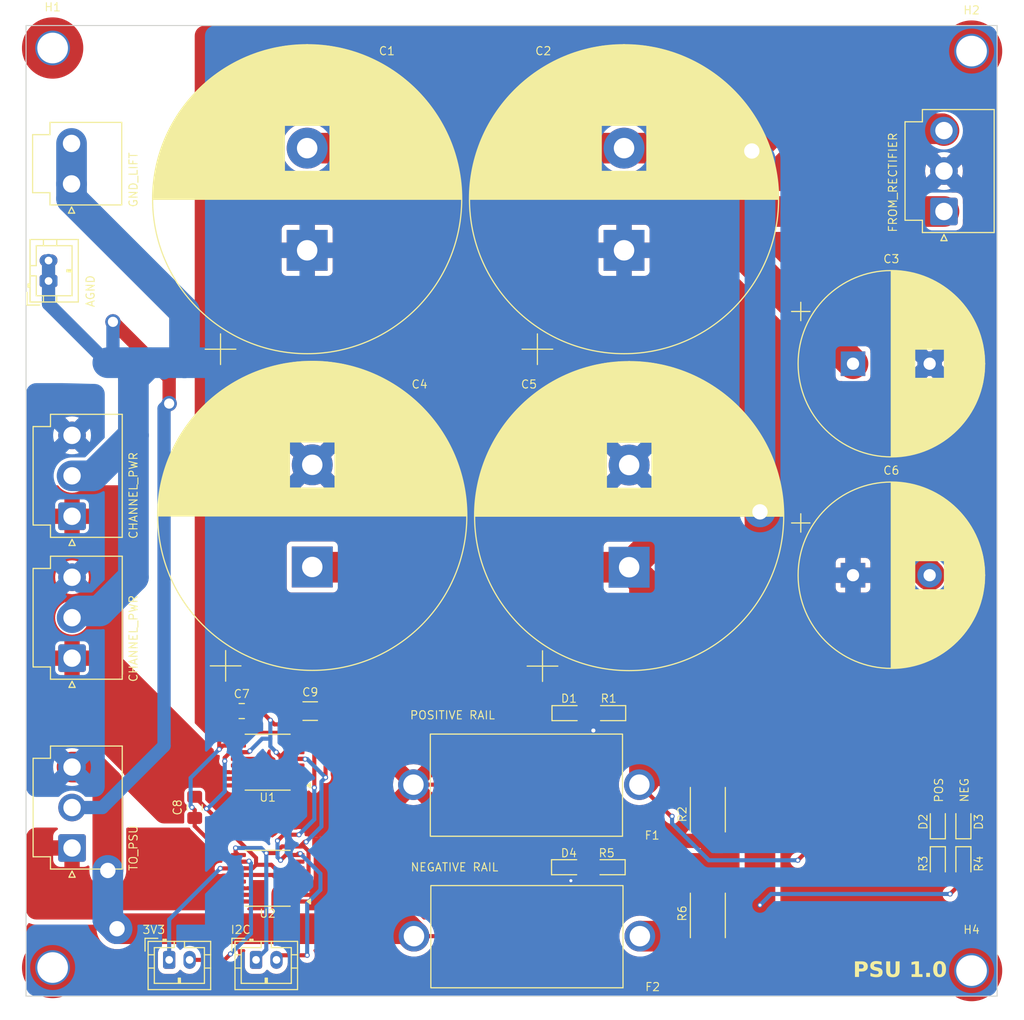
<source format=kicad_pcb>
(kicad_pcb (version 20240108) (generator "pcbnew") (generator_version "8.0")
  (layers (0 "F.Cu" signal) (31 "B.Cu" signal) (34 "B.Paste" user) (35 "F.Paste" user) (36 "B.SilkS" user "B.Silkscreen") (37 "F.SilkS" user "F.Silkscreen") (38 "B.Mask" user) (39 "F.Mask" user) (44 "Edge.Cuts" user))
  (net 0 "")
  (net 1 "PGND")
  (net 2 "Net-(D3-K)")
  (net 3 "Net-(D4-K)")
  (net 4 "VP1")
  (net 5 "VM1")
  (net 6 "VPOUT")
  (net 8 "SDA")
  (net 9 "SCL")
  (net 10 "3V3")
  (net 12 "GND")
  (net 13 "VPOUT_PSU")
  (net 14 "VPOUT_CHAN")
  (net 15 "VNOUT")
  (net 16 "Net-(D1-K)")
  (net 17 "Net-(D2-K)")
  (footprint "Capacitor_THT:CP_Radial_D18.0mm_P7.50mm" (layer "F.Cu") (at 224.4 77.1)
    (property "Reference" "C3" (at 3.75 -10.25 0) (layer "F.SilkS") (effects (font (size 0.8 0.8) (thickness 0.1))))
    (property "Value" "3300u 50V")
    (pad "1" thru_hole rect (at 0 0) (size 2.4 2.4) (drill 1.2) (layers "*.Cu" "*.Mask") (net 4 "VP1"))
    (pad "2" thru_hole circle (at 7.5 0) (size 2.4 2.4) (drill 1.2) (layers "*.Cu" "*.Mask") (net 1 "PGND"))
  )
  (footprint "MountingHole:MountingHole_3mm_Pad_TopOnly" (layer "F.Cu") (at 236 46.5)
    (property "Reference" "H2" (at 0 -4 0) (layer "F.SilkS") (effects (font (size 0.8 0.8) (thickness 0.1))))
    (property "Value" "MountingHole")
    (pad "1" thru_hole circle (at 0 0) (size 3.4 3.4) (drill 3) (layers "*.Cu" "*.Mask"))
    (pad "1" connect circle (at 0 0) (size 6 6) (layers "F.Cu" "F.Mask"))
  )
  (footprint "LED_SMD:LED_0603_1608Metric_Pad1.05x0.95mm_HandSolder" (layer "F.Cu") (at 232.7 121.9375 90)
    (property "Reference" "D2" (at 0 -1.43 90) (layer "F.SilkS") (effects (font (size 0.8 0.8) (thickness 0.1))))
    (property "Value" "YELLOW")
    (pad "1" smd roundrect (at -0.875 0 90) (size 1.05 0.95) (layers "F.Cu" "F.Paste" "F.Mask") (net 17 "Net-(D2-K)"))
    (pad "2" smd roundrect (at 0.875 0 90) (size 1.05 0.95) (layers "F.Cu" "F.Paste" "F.Mask") (net 4 "VP1"))
  )
  (footprint "Capacitor_THT:CP_Radial_D30.0mm_P10.00mm_SnapIn" (layer "F.Cu") (at 202.5 97.017934 90)
    (property "Reference" "C5" (at 17.9 -9.8 0) (layer "F.SilkS") (effects (font (size 0.8 0.8) (thickness 0.1))))
    (property "Value" "15000U")
    (pad "1" thru_hole rect (at 0 0 90) (size 4 4) (drill 2) (layers "*.Cu" "*.Mask") (net 4 "VP1"))
    (pad "2" thru_hole circle (at 10 0 90) (size 4 4) (drill 2) (layers "*.Cu" "*.Mask") (net 1 "PGND"))
  )
  (footprint "Connector_JST:JST_VH_B3P-VH_1x03_P3.96mm_Vertical" (layer "F.Cu") (at 148 92.0325 90)
    (property "Reference" "J4" (hide yes))
    (property "Value" "Conn_01x03_Male")
    (pad "1" thru_hole roundrect (at 0 0 90) (size 2.7 2.7) (drill 1.7) (layers "*.Cu" "*.Mask") (roundrect_rratio 0.09259296296) (net 14 "VPOUT_CHAN"))
    (pad "2" thru_hole circle (at 3.96 0 90) (size 2.7 2.7) (drill 1.7) (layers "*.Cu" "*.Mask") (net 1 "PGND"))
    (pad "3" thru_hole circle (at 7.92 0 90) (size 2.7 2.7) (drill 1.7) (layers "*.Cu" "*.Mask") (net 15 "VNOUT"))
  )
  (footprint "LED_SMD:LED_0603_1608Metric_Pad1.05x0.95mm_HandSolder" (layer "F.Cu") (at 200.45 126.38 180)
    (property "Reference" "R5" (at 0.15 1.38 0) (layer "F.SilkS") (effects (font (size 0.8 0.8) (thickness 0.1))))
    (property "Value" "16K")
    (pad "1" smd roundrect (at -0.875 0 180) (size 1.05 0.95) (layers "F.Cu" "F.Paste" "F.Mask") (net 3 "Net-(D4-K)"))
    (pad "2" smd roundrect (at 0.875 0 180) (size 1.05 0.95) (layers "F.Cu" "F.Paste" "F.Mask") (net 15 "VNOUT"))
  )
  (footprint "Connector_JST:JST_PH_B2B-PH-K_1x02_P2.00mm_Vertical" (layer "F.Cu") (at 157.5 135.45)
    (property "Reference" "J7" (hide yes))
    (property "Value" "Conn_01x02_Pin")
    (pad "1" thru_hole roundrect (at 0 0) (size 1.2 1.75) (drill 0.75) (layers "*.Cu" "*.Mask") (roundrect_rratio 0.208333) (net 12 "GND"))
    (pad "2" thru_hole oval (at 2 0) (size 1.2 1.75) (drill 0.75) (layers "*.Cu" "*.Mask") (net 10 "3V3"))
  )
  (footprint "MountingHole:MountingHole_3mm_Pad_TopOnly" (layer "F.Cu") (at 146.1 136.2)
    (property "Reference" "H3" (hide yes))
    (property "Value" "MountingHole")
    (pad "1" thru_hole circle (at 0 0) (size 3.4 3.4) (drill 3) (layers "*.Cu" "*.Mask"))
    (pad "1" connect circle (at 0 0) (size 6 6) (layers "F.Cu" "F.Mask"))
  )
  (footprint "Resistor_SMD:R_2512_6332Metric_Pad1.40x3.35mm_HandSolder" (layer "F.Cu") (at 210.2 120.75 -90)
    (property "Reference" "R2" (at 0.45 2.5 90) (layer "F.SilkS") (effects (font (size 0.8 0.8) (thickness 0.1))))
    (property "Value" "1.5K 2W")
    (pad "1" smd roundrect (at -3.05 0 270) (size 1.4 3.35) (layers "F.Cu" "F.Paste" "F.Mask") (roundrect_rratio 0.178571) (net 4 "VP1"))
    (pad "2" smd roundrect (at 3.05 0 270) (size 1.4 3.35) (layers "F.Cu" "F.Paste" "F.Mask") (roundrect_rratio 0.178571) (net 1 "PGND"))
  )
  (footprint "Capacitor_THT:CP_Radial_D30.0mm_P10.00mm_SnapIn" (layer "F.Cu") (at 202 66 90)
    (property "Reference" "C2" (at 19.505 -7.9 0) (layer "F.SilkS") (effects (font (size 0.8 0.8) (thickness 0.1))))
    (property "Value" "15000U")
    (pad "1" thru_hole rect (at 0 0 90) (size 4 4) (drill 2) (layers "*.Cu" "*.Mask") (net 1 "PGND"))
    (pad "2" thru_hole circle (at 10 0 90) (size 4 4) (drill 2) (layers "*.Cu" "*.Mask") (net 5 "VM1"))
  )
  (footprint "Package_SO:TSSOP-16_4.4x5mm_P0.65mm" (layer "F.Cu") (at 167.1375 127.4625 180)
    (property "Reference" "U2" (at 0 -3.45 0) (layer "F.SilkS") (effects (font (size 0.8 0.8) (thickness 0.1))))
    (property "Value" "INA260")
    (pad "1" smd roundrect (at -2.8625 -2.275 180) (size 1.475 0.4) (layers "F.Cu" "F.Paste" "F.Mask") (net 6 "VPOUT"))
    (pad "2" smd roundrect (at -2.8625 -1.625 180) (size 1.475 0.4) (layers "F.Cu" "F.Paste" "F.Mask") (net 6 "VPOUT"))
    (pad "3" smd roundrect (at -2.8625 -0.975 180) (size 1.475 0.4) (layers "F.Cu" "F.Paste" "F.Mask") (net 6 "VPOUT"))
    (pad "4" smd roundrect (at -2.8625 -0.325 180) (size 1.475 0.4) (layers "F.Cu" "F.Paste" "F.Mask") (net 9 "SCL"))
    (pad "5" smd roundrect (at -2.8625 0.325 180) (size 1.475 0.4) (layers "F.Cu" "F.Paste" "F.Mask") (net 12 "GND"))
    (pad "6" smd roundrect (at -2.8625 0.975 180) (size 1.475 0.4) (layers "F.Cu" "F.Paste" "F.Mask") (net 12 "GND"))
    (pad "7" smd roundrect (at -2.8625 1.625 180) (size 1.475 0.4) (layers "F.Cu" "F.Paste" "F.Mask"))
    (pad "8" smd roundrect (at -2.8625 2.275 180) (size 1.475 0.4) (layers "F.Cu" "F.Paste" "F.Mask") (net 8 "SDA"))
    (pad "9" smd roundrect (at 2.8625 2.275 180) (size 1.475 0.4) (layers "F.Cu" "F.Paste" "F.Mask") (net 9 "SCL"))
    (pad "10" smd roundrect (at 2.8625 1.625 180) (size 1.475 0.4) (layers "F.Cu" "F.Paste" "F.Mask") (net 10 "3V3"))
    (pad "11" smd roundrect (at 2.8625 0.975 180) (size 1.475 0.4) (layers "F.Cu" "F.Paste" "F.Mask") (net 12 "GND"))
    (pad "12" smd roundrect (at 2.8625 0.325 180) (size 1.475 0.4) (layers "F.Cu" "F.Paste" "F.Mask") (net 6 "VPOUT"))
    (pad "13" smd roundrect (at 2.8625 -0.325 180) (size 1.475 0.4) (layers "F.Cu" "F.Paste" "F.Mask"))
    (pad "14" smd roundrect (at 2.8625 -0.975 180) (size 1.475 0.4) (layers "F.Cu" "F.Paste" "F.Mask") (net 13 "VPOUT_PSU"))
    (pad "15" smd roundrect (at 2.8625 -1.625 180) (size 1.475 0.4) (layers "F.Cu" "F.Paste" "F.Mask") (net 13 "VPOUT_PSU"))
    (pad "16" smd roundrect (at 2.8625 -2.275 180) (size 1.475 0.4) (layers "F.Cu" "F.Paste" "F.Mask") (net 13 "VPOUT_PSU"))
  )
  (footprint "Connector_JST:JST_VH_B3P-VH_1x03_P3.96mm_Vertical" (layer "F.Cu") (at 148 124.5 90)
    (property "Reference" "J6" (hide yes))
    (property "Value" "Conn_01x03_Male")
    (pad "1" thru_hole roundrect (at 0 0 90) (size 2.7 2.7) (drill 1.7) (layers "*.Cu" "*.Mask") (roundrect_rratio 0.09259296296) (net 13 "VPOUT_PSU"))
    (pad "2" thru_hole circle (at 3.96 0 90) (size 2.7 2.7) (drill 1.7) (layers "*.Cu" "*.Mask") (net 1 "PGND"))
    (pad "3" thru_hole circle (at 7.92 0 90) (size 2.7 2.7) (drill 1.7) (layers "*.Cu" "*.Mask") (net 15 "VNOUT"))
  )
  (footprint "LED_SMD:LED_0603_1608Metric_Pad1.05x0.95mm_HandSolder" (layer "F.Cu") (at 196.6125 111.3)
    (property "Reference" "D1" (at 0 -1.43 0) (layer "F.SilkS") (effects (font (size 0.8 0.8) (thickness 0.1))))
    (property "Value" "YELLOW")
    (pad "1" smd roundrect (at -0.875 0) (size 1.05 0.95) (layers "F.Cu" "F.Paste" "F.Mask") (net 16 "Net-(D1-K)"))
    (pad "2" smd roundrect (at 0.875 0) (size 1.05 0.95) (layers "F.Cu" "F.Paste" "F.Mask") (net 6 "VPOUT"))
  )
  (footprint "LED_SMD:LED_0603_1608Metric_Pad1.05x0.95mm_HandSolder" (layer "F.Cu") (at 235.2 126.0375 -90)
    (property "Reference" "R4" (at 0 -1.5 90) (layer "F.SilkS") (effects (font (size 0.8 0.8) (thickness 0.1))))
    (property "Value" "16K")
    (pad "1" smd roundrect (at -0.875 0 270) (size 1.05 0.95) (layers "F.Cu" "F.Paste" "F.Mask") (net 2 "Net-(D3-K)"))
    (pad "2" smd roundrect (at 0.875 0 270) (size 1.05 0.95) (layers "F.Cu" "F.Paste" "F.Mask") (net 5 "VM1"))
  )
  (footprint "LED_SMD:LED_0603_1608Metric_Pad1.05x0.95mm_HandSolder" (layer "F.Cu") (at 235.2 121.9375 90)
    (property "Reference" "D3" (at 0 1.5 90) (layer "F.SilkS") (effects (font (size 0.8 0.8) (thickness 0.1))))
    (property "Value" "BLUE")
    (pad "1" smd roundrect (at -0.875 0 90) (size 1.05 0.95) (layers "F.Cu" "F.Paste" "F.Mask") (net 2 "Net-(D3-K)"))
    (pad "2" smd roundrect (at 0.875 0 90) (size 1.05 0.95) (layers "F.Cu" "F.Paste" "F.Mask") (net 1 "PGND"))
  )
  (footprint "Capacitor_SMD:C_0805_2012Metric_Pad1.18x1.45mm_HandSolder" (layer "F.Cu") (at 164.6 111.1)
    (property "Reference" "C7" (at 0 -1.68 0) (layer "F.SilkS") (effects (font (size 0.8 0.8) (thickness 0.1))))
    (property "Value" "0.1u")
    (pad "1" smd roundrect (at -1.0375 0) (size 1.175 1.45) (layers "F.Cu" "F.Paste" "F.Mask") (roundrect_rratio 0.212766) (net 10 "3V3"))
    (pad "2" smd roundrect (at 1.0375 0) (size 1.175 1.45) (layers "F.Cu" "F.Paste" "F.Mask") (roundrect_rratio 0.212766) (net 12 "GND"))
  )
  (footprint "Connector_JST:JST_PH_B2B-PH-K_1x02_P2.00mm_Vertical" (layer "F.Cu") (at 145.7 69 90)
    (property "Reference" "J3" (hide yes))
    (property "Value" "Conn_01x02_Pin")
    (pad "1" thru_hole roundrect (at 0 0 90) (size 1.2 1.75) (drill 0.75) (layers "*.Cu" "*.Mask") (roundrect_rratio 0.208333) (net 1 "PGND"))
    (pad "2" thru_hole oval (at 2 0 90) (size 1.2 1.75) (drill 0.75) (layers "*.Cu" "*.Mask") (net 1 "PGND"))
  )
  (footprint "LED_SMD:LED_0603_1608Metric_Pad1.05x0.95mm_HandSolder" (layer "F.Cu") (at 196.5675 126.38)
    (property "Reference" "D4" (at 0.0325 -1.38 0) (layer "F.SilkS") (effects (font (size 0.8 0.8) (thickness 0.1))))
    (property "Value" "BLUE")
    (pad "1" smd roundrect (at -0.875 0) (size 1.05 0.95) (layers "F.Cu" "F.Paste" "F.Mask") (net 3 "Net-(D4-K)"))
    (pad "2" smd roundrect (at 0.875 0) (size 1.05 0.95) (layers "F.Cu" "F.Paste" "F.Mask") (net 1 "PGND"))
  )
  (footprint "Capacitor_THT:CP_Radial_D30.0mm_P10.00mm_SnapIn" (layer "F.Cu") (at 171 66 90)
    (property "Reference" "C1" (at 19.505 7.8 0) (layer "F.SilkS") (effects (font (size 0.8 0.8) (thickness 0.1))))
    (property "Value" "15000U")
    (pad "1" thru_hole rect (at 0 0 90) (size 4 4) (drill 2) (layers "*.Cu" "*.Mask") (net 1 "PGND"))
    (pad "2" thru_hole circle (at 10 0 90) (size 4 4) (drill 2) (layers "*.Cu" "*.Mask") (net 5 "VM1"))
  )
  (footprint "Connector_JST:JST_PH_B2B-PH-K_1x02_P2.00mm_Vertical" (layer "F.Cu") (at 166 135.45)
    (property "Reference" "J8" (hide yes))
    (property "Value" "Conn_01x02_Male")
    (pad "1" thru_hole roundrect (at 0 0) (size 1.2 1.75) (drill 0.75) (layers "*.Cu" "*.Mask") (roundrect_rratio 0.208333) (net 9 "SCL"))
    (pad "2" thru_hole oval (at 2 0) (size 1.2 1.75) (drill 0.75) (layers "*.Cu" "*.Mask") (net 8 "SDA"))
  )
  (footprint "Connector_JST:JST_VH_B2P-VH-B_1x02_P3.96mm_Vertical" (layer "F.Cu") (at 147.95 59.5 90)
    (property "Reference" "J1" (hide yes))
    (property "Value" "Conn_01x02_Male")
    (pad "1" thru_hole roundrect (at 0 0 90) (size 2.7 2.7) (drill 1.7) (layers "*.Cu" "*.Mask") (roundrect_rratio 0.092593) (net 1 "PGND"))
    (pad "2" thru_hole circle (at 3.96 0 90) (size 2.7 2.7) (drill 1.7) (layers "*.Cu" "*.Mask") (net 1 "PGND"))
  )
  (footprint "Capacitor_SMD:C_0805_2012Metric_Pad1.18x1.45mm_HandSolder" (layer "F.Cu") (at 160 120.525 90)
    (property "Reference" "C8" (at 0 -1.68 90) (layer "F.SilkS") (effects (font (size 0.8 0.8) (thickness 0.1))))
    (property "Value" "0.1u")
    (pad "1" smd roundrect (at -1.0375 0 90) (size 1.175 1.45) (layers "F.Cu" "F.Paste" "F.Mask") (roundrect_rratio 0.212766) (net 10 "3V3"))
    (pad "2" smd roundrect (at 1.0375 0 90) (size 1.175 1.45) (layers "F.Cu" "F.Paste" "F.Mask") (roundrect_rratio 0.212766) (net 12 "GND"))
  )
  (footprint "Custom:Aliexpress Fuse 5x20" (layer "F.Cu") (at 192.45 120.85 180)
    (property "Reference" "F1" (at -12.3 -2.42 0) (layer "F.SilkS") (effects (font (size 0.8 0.8) (thickness 0.1))))
    (property "Value" "Fuse_Small")
    (pad "1" thru_hole circle (at -11.05 2.55 180) (size 3 3) (drill 2) (layers "*.Cu" "*.Mask") (net 4 "VP1"))
    (pad "2" thru_hole circle (at 11.05 2.55 180) (size 3 3) (drill 2) (layers "*.Cu" "*.Mask") (net 6 "VPOUT"))
  )
  (footprint "Capacitor_THT:CP_Radial_D18.0mm_P7.50mm" (layer "F.Cu") (at 224.4 97.8)
    (property "Reference" "C6" (at 3.75 -10.25 0) (layer "F.SilkS") (effects (font (size 0.8 0.8) (thickness 0.1))))
    (property "Value" "3300u 50V")
    (pad "1" thru_hole rect (at 0 0) (size 2.4 2.4) (drill 1.2) (layers "*.Cu" "*.Mask") (net 1 "PGND"))
    (pad "2" thru_hole circle (at 7.5 0) (size 2.4 2.4) (drill 1.2) (layers "*.Cu" "*.Mask") (net 5 "VM1"))
  )
  (footprint "Connector_JST:JST_VH_B3P-VH_1x03_P3.96mm_Vertical" (layer "F.Cu") (at 148 105.92 90)
    (property "Reference" "J5" (hide yes))
    (property "Value" "Conn_01x03_Male")
    (pad "1" thru_hole roundrect (at 0 0 90) (size 2.7 2.7) (drill 1.7) (layers "*.Cu" "*.Mask") (roundrect_rratio 0.09259296296) (net 14 "VPOUT_CHAN"))
    (pad "2" thru_hole circle (at 3.96 0 90) (size 2.7 2.7) (drill 1.7) (layers "*.Cu" "*.Mask") (net 1 "PGND"))
    (pad "3" thru_hole circle (at 7.92 0 90) (size 2.7 2.7) (drill 1.7) (layers "*.Cu" "*.Mask") (net 15 "VNOUT"))
  )
  (footprint "Resistor_SMD:R_2512_6332Metric_Pad1.40x3.35mm_HandSolder" (layer "F.Cu") (at 210.2 131.1 -90)
    (property "Reference" "R6" (at -0.2 2.5 90) (layer "F.SilkS") (effects (font (size 0.8 0.8) (thickness 0.1))))
    (property "Value" "1.5K 2W")
    (pad "1" smd roundrect (at -3.05 0 270) (size 1.4 3.35) (layers "F.Cu" "F.Paste" "F.Mask") (roundrect_rratio 0.178571) (net 1 "PGND"))
    (pad "2" smd roundrect (at 3.05 0 270) (size 1.4 3.35) (layers "F.Cu" "F.Paste" "F.Mask") (roundrect_rratio 0.178571) (net 5 "VM1"))
  )
  (footprint "MountingHole:MountingHole_3mm_Pad_TopOnly" (layer "F.Cu") (at 236 136.5)
    (property "Reference" "H4" (at 0 -4 0) (layer "F.SilkS") (effects (font (size 0.8 0.8) (thickness 0.1))))
    (property "Value" "MountingHole")
    (pad "1" thru_hole circle (at 0 0) (size 3.4 3.4) (drill 3) (layers "*.Cu" "*.Mask"))
    (pad "1" connect circle (at 0 0) (size 6 6) (layers "F.Cu" "F.Mask"))
  )
  (footprint "Capacitor_SMD:C_1206_3216Metric_Pad1.33x1.80mm_HandSolder" (layer "F.Cu") (at 171.3 111.1)
    (property "Reference" "C9" (at 0 -1.85 0) (layer "F.SilkS") (effects (font (size 0.8 0.8) (thickness 0.1))))
    (property "Value" "10u")
    (pad "1" smd roundrect (at -1.5625 0) (size 1.325 1.8) (layers "F.Cu" "F.Paste" "F.Mask") (roundrect_rratio 0.188679) (net 10 "3V3"))
    (pad "2" smd roundrect (at 1.5625 0) (size 1.325 1.8) (layers "F.Cu" "F.Paste" "F.Mask") (roundrect_rratio 0.188679) (net 12 "GND"))
  )
  (footprint "Connector_JST:JST_VH_B3P-VH_1x03_P3.96mm_Vertical" (layer "F.Cu") (at 233.3 62.2 90)
    (property "Reference" "J2" (hide yes))
    (property "Value" "Conn_01x03_Male")
    (pad "1" thru_hole roundrect (at 0 0 90) (size 2.7 2.7) (drill 1.7) (layers "*.Cu" "*.Mask") (roundrect_rratio 0.092593) (net 4 "VP1"))
    (pad "2" thru_hole circle (at 3.96 0 90) (size 2.7 2.7) (drill 1.7) (layers "*.Cu" "*.Mask") (net 1 "PGND"))
    (pad "3" thru_hole circle (at 7.92 0 90) (size 2.7 2.7) (drill 1.7) (layers "*.Cu" "*.Mask") (net 5 "VM1"))
  )
  (footprint "Custom:Aliexpress Fuse 5x20" (layer "F.Cu") (at 192.5 135.68 180)
    (property "Reference" "F2" (at -12.3 -2.42 0) (layer "F.SilkS") (effects (font (size 0.8 0.8) (thickness 0.1))))
    (property "Value" "Fuse_Small")
    (pad "1" thru_hole circle (at -11.05 2.55 180) (size 3 3) (drill 2) (layers "*.Cu" "*.Mask") (net 5 "VM1"))
    (pad "2" thru_hole circle (at 11.05 2.55 180) (size 3 3) (drill 2) (layers "*.Cu" "*.Mask") (net 15 "VNOUT"))
  )
  (footprint "LED_SMD:LED_0603_1608Metric_Pad1.05x0.95mm_HandSolder" (layer "F.Cu") (at 200.5 111.3 180)
    (property "Reference" "R1" (at 0 1.43 0) (layer "F.SilkS") (effects (font (size 0.8 0.8) (thickness 0.1))))
    (property "Value" "16K")
    (pad "1" smd roundrect (at -0.875 0 180) (size 1.05 0.95) (layers "F.Cu" "F.Paste" "F.Mask") (net 16 "Net-(D1-K)"))
    (pad "2" smd roundrect (at 0.875 0 180) (size 1.05 0.95) (layers "F.Cu" "F.Paste" "F.Mask") (net 1 "PGND"))
  )
  (footprint "Package_SO:TSSOP-16_4.4x5mm_P0.65mm" (layer "F.Cu") (at 167.1375 116.1 180)
    (property "Reference" "U1" (at 0 -3.45 0) (layer "F.SilkS") (effects (font (size 0.8 0.8) (thickness 0.1))))
    (property "Value" "INA260")
    (pad "1" smd roundrect (at -2.8625 -2.275 180) (size 1.475 0.4) (layers "F.Cu" "F.Paste" "F.Mask") (net 6 "VPOUT"))
    (pad "2" smd roundrect (at -2.8625 -1.625 180) (size 1.475 0.4) (layers "F.Cu" "F.Paste" "F.Mask") (net 6 "VPOUT"))
    (pad "3" smd roundrect (at -2.8625 -0.975 180) (size 1.475 0.4) (layers "F.Cu" "F.Paste" "F.Mask") (net 6 "VPOUT"))
    (pad "4" smd roundrect (at -2.8625 -0.325 180) (size 1.475 0.4) (layers "F.Cu" "F.Paste" "F.Mask") (net 12 "GND"))
    (pad "5" smd roundrect (at -2.8625 0.325 180) (size 1.475 0.4) (layers "F.Cu" "F.Paste" "F.Mask") (net 9 "SCL"))
    (pad "6" smd roundrect (at -2.8625 0.975 180) (size 1.475 0.4) (layers "F.Cu" "F.Paste" "F.Mask") (net 12 "GND"))
    (pad "7" smd roundrect (at -2.8625 1.625 180) (size 1.475 0.4) (layers "F.Cu" "F.Paste" "F.Mask"))
    (pad "8" smd roundrect (at -2.8625 2.275 180) (size 1.475 0.4) (layers "F.Cu" "F.Paste" "F.Mask") (net 8 "SDA"))
    (pad "9" smd roundrect (at 2.8625 2.275 180) (size 1.475 0.4) (layers "F.Cu" "F.Paste" "F.Mask") (net 9 "SCL"))
    (pad "10" smd roundrect (at 2.8625 1.625 180) (size 1.475 0.4) (layers "F.Cu" "F.Paste" "F.Mask") (net 10 "3V3"))
    (pad "11" smd roundrect (at 2.8625 0.975 180) (size 1.475 0.4) (layers "F.Cu" "F.Paste" "F.Mask") (net 12 "GND"))
    (pad "12" smd roundrect (at 2.8625 0.325 180) (size 1.475 0.4) (layers "F.Cu" "F.Paste" "F.Mask") (net 6 "VPOUT"))
    (pad "13" smd roundrect (at 2.8625 -0.325 180) (size 1.475 0.4) (layers "F.Cu" "F.Paste" "F.Mask"))
    (pad "14" smd roundrect (at 2.8625 -0.975 180) (size 1.475 0.4) (layers "F.Cu" "F.Paste" "F.Mask") (net 14 "VPOUT_CHAN"))
    (pad "15" smd roundrect (at 2.8625 -1.625 180) (size 1.475 0.4) (layers "F.Cu" "F.Paste" "F.Mask") (net 14 "VPOUT_CHAN"))
    (pad "16" smd roundrect (at 2.8625 -2.275 180) (size 1.475 0.4) (layers "F.Cu" "F.Paste" "F.Mask") (net 14 "VPOUT_CHAN"))
  )
  (footprint "Capacitor_THT:CP_Radial_D30.0mm_P10.00mm_SnapIn" (layer "F.Cu") (at 171.5 96.995 90)
    (property "Reference" "C4" (at 17.877066 10.5 0) (layer "F.SilkS") (effects (font (size 0.8 0.8) (thickness 0.1))))
    (property "Value" "15000U")
    (pad "1" thru_hole rect (at 0 0 90) (size 4 4) (drill 2) (layers "*.Cu" "*.Mask") (net 4 "VP1"))
    (pad "2" thru_hole circle (at 10 0 90) (size 4 4) (drill 2) (layers "*.Cu" "*.Mask") (net 1 "PGND"))
  )
  (footprint "LED_SMD:LED_0603_1608Metric_Pad1.05x0.95mm_HandSolder" (layer "F.Cu") (at 232.7 126.0375 -90)
    (property "Reference" "R3" (at 0 1.43 90) (layer "F.SilkS") (effects (font (size 0.8 0.8) (thickness 0.1))))
    (property "Value" "16K")
    (pad "1" smd roundrect (at -0.875 0 270) (size 1.05 0.95) (layers "F.Cu" "F.Paste" "F.Mask") (net 17 "Net-(D2-K)"))
    (pad "2" smd roundrect (at 0.875 0 270) (size 1.05 0.95) (layers "F.Cu" "F.Paste" "F.Mask") (net 1 "PGND"))
  )
  (footprint "MountingHole:MountingHole_3mm_Pad_TopOnly" (layer "F.Cu") (at 146.1 46.2)
    (property "Reference" "H1" (at 0 -4 0) (layer "F.SilkS") (effects (font (size 0.8 0.8) (thickness 0.1))))
    (property "Value" "MountingHole")
    (pad "1" thru_hole circle (at 0 0) (size 3.4 3.4) (drill 3) (layers "*.Cu" "*.Mask"))
    (pad "1" connect circle (at 0 0) (size 6 6) (layers "F.Cu" "F.Mask"))
  )
  (gr_line (start 238.5 139) (end 143.5 139) (stroke (width 0.1)) (layer "Edge.Cuts"))
  (gr_line (start 238.5 44) (end 238.5 139) (stroke (width 0.1)) (layer "Edge.Cuts"))
  (gr_line (start 143.5 44) (end 238.5 44) (stroke (width 0.1)) (layer "Edge.Cuts"))
  (gr_line (start 143.5 44) (end 143.5 139) (stroke (width 0.1)) (layer "Edge.Cuts"))
  (gr_text "CHANNEL_PWR" (at 154 90 90) (layer "F.SilkS") (effects (font (size 0.8 0.8) (thickness 0.1))))
  (gr_text "PSU 1.0" (at 224.4 136.5 0) (layer "F.SilkS") (effects (font (size 1.5 1.5) (thickness 0.3) (bold yes)) (justify left)))
  (gr_text "AGND" (at 149.8 70 90) (layer "F.SilkS") (effects (font (size 0.8 0.8) (thickness 0.1))))
  (gr_text "TO_PSU" (at 154 124.5 90) (layer "F.SilkS") (effects (font (size 0.8 0.8) (thickness 0.1))))
  (gr_text "3V3" (at 156 132.5 0) (layer "F.SilkS") (effects (font (size 0.8 0.8) (thickness 0.1))))
  (gr_text "I2C" (at 164.5 132.5 0) (layer "F.SilkS") (effects (font (size 0.8 0.8) (thickness 0.1))))
  (gr_text "POSITIVE RAIL" (at 181 111.5 0) (layer "F.SilkS") (effects (font (size 0.8 0.8) (thickness 0.1)) (justify left)))
  (gr_text "FROM_RECTIFIER" (at 228.3 64.3 90) (layer "F.SilkS") (effects (font (size 0.8 0.8) (thickness 0.1)) (justify left)))
  (gr_text "GND_LIFT" (at 154 59.1 90) (layer "F.SilkS") (effects (font (size 0.8 0.8) (thickness 0.1))))
  (gr_text "NEGATIVE RAIL" (at 181.066667 126.38 0) (layer "F.SilkS") (effects (font (size 0.8 0.8) (thickness 0.1)) (justify left)))
  (gr_text "POS" (at 232.8 118.8375 90) (layer "F.SilkS") (effects (font (size 0.8 0.8) (thickness 0.1))))
  (gr_text "CHANNEL_PWR" (at 154 104 90) (layer "F.SilkS") (effects (font (size 0.8 0.8) (thickness 0.1))))
  (gr_text "NEG\n" (at 235.3 118.8375 90) (layer "F.SilkS") (effects (font (size 0.8 0.8) (thickness 0.1))))
  (segment (start 199.5 111.3) (end 199.5 112.5) (width 0.4) (layer "F.Cu") (net 1))
  (segment (start 157.5 81) (end 157.5 78.5) (width 1.3) (layer "F.Cu") (net 1))
  (segment (start 157.5 78.5) (end 152 73) (width 1.3) (layer "F.Cu") (net 1))
  (segment (start 197.4425 127.0575) (end 196.8 127.7) (width 0.4) (layer "F.Cu") (net 1))
  (segment (start 199.5 112.5) (end 199 113) (width 0.4) (layer "F.Cu") (net 1))
  (segment (start 197.4425 126.38) (end 197.4425 127.0575) (width 0.4) (layer "F.Cu") (net 1))
  (via (at 196.8 127.7) (size 0.5) (drill 0.3) (layers "F.Cu" "B.Cu") (net 1))
  (via (at 199 113) (size 0.8) (drill 0.4) (layers "F.Cu" "B.Cu") (net 1))
  (via (at 152 73) (size 1.5) (drill 1) (layers "F.Cu" "B.Cu") (net 1))
  (via (at 157.5 81) (size 1.5) (drill 1) (layers "F.Cu" "B.Cu") (net 1))
  (segment (start 155.5 77) (end 151.5 77) (width 3) (layer "B.Cu") (net 1))
  (segment (start 157 81.5) (end 157.5 81) (width 1.3) (layer "B.Cu") (net 1))
  (segment (start 159 77) (end 171.5 77) (width 3) (layer "B.Cu") (net 1))
  (segment (start 158 77) (end 159 77) (width 3) (layer "B.Cu") (net 1))
  (segment (start 148 120.54) (end 150.96 120.54) (width 1.3) (layer "B.Cu") (net 1))
  (segment (start 152 76.5) (end 151.5 77) (width 1.3) (layer "B.Cu") (net 1))
  (segment (start 154 78.5) (end 154 84.1) (width 3) (layer "B.Cu") (net 1))
  (segment (start 155.5 77) (end 158 77) (width 3) (layer "B.Cu") (net 1))
  (segment (start 151.45 77) (end 145.7 71.25) (width 1.3) (layer "B.Cu") (net 1))
  (segment (start 147.95 55.54) (end 147.95 59.5) (width 3) (layer "B.Cu") (net 1))
  (segment (start 148.66 101.3) (end 148 101.96) (width 3) (layer "B.Cu") (net 1))
  (segment (start 150.7 101.3) (end 148.66 101.3) (width 3) (layer "B.Cu") (net 1))
  (segment (start 151.5 77) (end 151.45 77) (width 1.3) (layer "B.Cu") (net 1))
  (segment (start 150.96 120.54) (end 157 114.5) (width 1.3) (layer "B.Cu") (net 1))
  (segment (start 154 98) (end 150.7 101.3) (width 3) (layer "B.Cu") (net 1))
  (segment (start 147.95 60.95) (end 159 72) (width 3) (layer "B.Cu") (net 1))
  (segment (start 147.95 59.5) (end 147.95 60.95) (width 3) (layer "B.Cu") (net 1))
  (segment (start 145.7 71.25) (end 145.7 67) (width 1.3) (layer "B.Cu") (net 1))
  (segment (start 152 73) (end 152 76.5) (width 1.3) (layer "B.Cu") (net 1))
  (segment (start 154 84.1) (end 154 98) (width 3) (layer "B.Cu") (net 1))
  (segment (start 157 78) (end 158 77) (width 1.3) (layer "B.Cu") (net 1))
  (segment (start 154 84.1) (end 150.0275 88.0725) (width 3) (layer "B.Cu") (net 1))
  (segment (start 150.0275 88.0725) (end 148 88.0725) (width 3) (layer "B.Cu") (net 1))
  (segment (start 157 114.5) (end 157 81.5) (width 1.3) (layer "B.Cu") (net 1))
  (segment (start 155.5 77) (end 154 78.5) (width 3) (layer "B.Cu") (net 1))
  (segment (start 159 72) (end 159 77) (width 3) (layer "B.Cu") (net 1))
  (segment (start 235.2 125.0375) (end 235.2 122.9625) (width 0.4) (layer "F.Cu") (net 2))
  (segment (start 196.5675 125.505) (end 195.6925 126.38) (width 0.4) (layer "F.Cu") (net 3))
  (segment (start 201.325 126.38) (end 200.45 125.505) (width 0.4) (layer "F.Cu") (net 3))
  (segment (start 200.45 125.505) (end 196.5675 125.505) (width 0.4) (layer "F.Cu") (net 3))
  (segment (start 212.35 65.05) (end 212.35 62.95) (width 3) (layer "F.Cu") (net 4))
  (segment (start 212.35 62.95) (end 206.4 68.9) (width 3) (layer "F.Cu") (net 4))
  (segment (start 230.675 122.9375) (end 221.7625 122.9375) (width 0.4) (layer "F.Cu") (net 4))
  (segment (start 209.2 117.8) (end 204 117.8) (width 1.3) (layer "F.Cu") (net 4))
  (segment (start 232.7 120.9125) (end 230.675 122.9375) (width 0.4) (layer "F.Cu") (net 4))
  (segment (start 206.4 68.9) (end 206.4 93.117934) (width 3) (layer "F.Cu") (net 4))
  (segment (start 213.1 62.2) (end 212.35 62.95) (width 3) (layer "F.Cu") (net 4))
  (segment (start 206.4 93.117934) (end 202.5 97.017934) (width 3) (layer "F.Cu") (net 4))
  (segment (start 202.5 97.017934) (end 204 98.517934) (width 3) (layer "F.Cu") (net 4))
  (segment (start 206.6 121.4) (end 206.7 121.4) (width 0.4) (layer "F.Cu") (net 4))
  (segment (start 221.7625 122.9375) (end 219 125.7) (width 0.4) (layer "F.Cu") (net 4))
  (segment (start 224.4 77.1) (end 212.35 65.05) (width 3) (layer "F.Cu") (net 4))
  (segment (start 202.5 97.017934) (end 171.522934 97.017934) (width 3) (layer "F.Cu") (net 4))
  (segment (start 204 98.517934) (end 204 117.8) (width 3) (layer "F.Cu") (net 4))
  (segment (start 233.3 62.2) (end 213.1 62.2) (width 3) (layer "F.Cu") (net 4))
  (segment (start 203.5 118.3) (end 206.6 121.4) (width 0.4) (layer "F.Cu") (net 4))
  (via (at 219 125.7) (size 0.5) (drill 0.3) (layers "F.Cu" "B.Cu") (net 4))
  (via (at 206.7 121.4) (size 0.5) (drill 0.3) (layers "F.Cu" "B.Cu") (net 4))
  (segment (start 210.3 125.7) (end 206.7 122.1) (width 0.4) (layer "B.Cu") (net 4))
  (segment (start 206.7 122.1) (end 206.7 121.4) (width 0.4) (layer "B.Cu") (net 4))
  (segment (start 219 125.7) (end 210.3 125.7) (width 0.4) (layer "B.Cu") (net 4))
  (segment (start 216.679996 54.1) (end 214.499998 56.279998) (width 3) (layer "F.Cu") (net 5))
  (segment (start 215.3 92.2) (end 215.3 130.092486) (width 3) (layer "F.Cu") (net 5))
  (segment (start 235.2 127.7) (end 233.9 129) (width 0.4) (layer "F.Cu") (net 5))
  (segment (start 214.22 56) (end 214.499998 56.279998) (width 3) (layer "F.Cu") (net 5))
  (segment (start 226.3 92.2) (end 215.3 92.2) (width 3) (layer "F.Cu") (net 5))
  (segment (start 233.3 54.28) (end 233.12 54.1) (width 3) (layer "F.Cu") (net 5))
  (segment (start 231.9 97.8) (end 226.3 92.2) (width 3) (layer "F.Cu") (net 5))
  (segment (start 235.2 127.0375) (end 235.2 127.7) (width 0.4) (layer "F.Cu") (net 5))
  (segment (start 215.3 130.092486) (end 212.262486 133.13) (width 3) (layer "F.Cu") (net 5))
  (segment (start 171 56) (end 202 56) (width 3) (layer "F.Cu") (net 5))
  (segment (start 233.12 54.1) (end 216.679996 54.1) (width 3) (layer "F.Cu") (net 5))
  (segment (start 202 56) (end 214.22 56) (width 3) (layer "F.Cu") (net 5))
  (segment (start 212.262486 133.13) (end 203.55 133.13) (width 3) (layer "F.Cu") (net 5))
  (via (at 215.3 130.092486) (size 0.5) (drill 0.3) (layers "F.Cu" "B.Cu") (net 5))
  (via (at 214.499998 56.279998) (size 3) (drill 1.5) (layers "F.Cu" "B.Cu") (net 5))
  (via (at 233.9 129) (size 0.5) (drill 0.3) (layers "F.Cu" "B.Cu") (net 5))
  (via (at 215.3 91.6) (size 3) (drill 1.5) (layers "F.Cu" "B.Cu") (net 5))
  (segment (start 216.392486 129) (end 215.3 130.092486) (width 0.4) (layer "B.Cu") (net 5))
  (segment (start 233.9 129) (end 216.392486 129) (width 0.4) (layer "B.Cu") (net 5))
  (segment (start 215.3 91.6) (end 215.3 57.08) (width 3) (layer "B.Cu") (net 5))
  (segment (start 215.3 57.08) (end 214.499998 56.279998) (width 3) (layer "B.Cu") (net 5))
  (segment (start 163.9 115.775) (end 166.775 115.775) (width 0.4) (layer "F.Cu") (net 6))
  (segment (start 168.9375 128.4375) (end 170 128.4375) (width 0.4) (layer "F.Cu") (net 6))
  (segment (start 190.220833 118.3) (end 197.220833 111.3) (width 0.4) (layer "F.Cu") (net 6))
  (segment (start 164.275 127.1375) (end 167.6375 127.1375) (width 0.4) (layer "F.Cu") (net 6))
  (segment (start 166.775 115.775) (end 167.3 116.3) (width 0.4) (layer "F.Cu") (net 6))
  (segment (start 167.6375 127.1375) (end 168.9375 128.4375) (width 0.4) (layer "F.Cu") (net 6))
  (segment (start 181.4 118.3) (end 190.220833 118.3) (width 0.4) (layer "F.Cu") (net 6))
  (segment (start 168.4 125.7) (end 168.9125 125.1875) (width 0.4) (layer "F.Cu") (net 8))
  (segment (start 170.1375 125.05) (end 170.329979 125.05) (width 0.4) (layer "F.Cu") (net 8))
  (segment (start 168.9125 125.1875) (end 170 125.1875) (width 0.4) (layer "F.Cu") (net 8))
  (segment (start 171 135) (end 168.45 135) (width 0.4) (layer "F.Cu") (net 8))
  (segment (start 170.2 123.2) (end 168.7 123.2) (width 0.4) (layer "F.Cu") (net 8))
  (segment (start 171.7 114.727622) (end 171.7 118.6) (width 0.4) (layer "F.Cu") (net 8))
  (segment (start 168.7 123.2) (end 168.1 123.8) (width 0.4) (layer "F.Cu") (net 8))
  (segment (start 170 113.825) (end 170.797378 113.825) (width 0.4) (layer "F.Cu") (net 8))
  (segment (start 170 125.1875) (end 170.1375 125.05) (width 0.4) (layer "F.Cu") (net 8))
  (segment (start 168.45 135) (end 168 135.45) (width 0.4) (layer "F.Cu") (net 8))
  (segment (start 170.797378 113.825) (end 171.7 114.727622) (width 0.4) (layer "F.Cu") (net 8))
  (via (at 170.329979 125.05) (size 0.5) (drill 0.3) (layers "F.Cu" "B.Cu") (net 8))
  (via (at 168.1 123.8) (size 0.5) (drill 0.3) (layers "F.Cu" "B.Cu") (net 8))
  (via (at 170.2 123.2) (size 0.5) (drill 0.3) (layers "F.Cu" "B.Cu") (net 8))
  (via (at 168.4 125.7) (size 0.5) (drill 0.3) (layers "F.Cu" "B.Cu") (net 8))
  (via (at 171.7 118.6) (size 0.5) (drill 0.3) (layers "F.Cu" "B.Cu") (net 8))
  (via (at 171 135) (size 0.5) (drill 0.3) (layers "F.Cu" "B.Cu") (net 8))
  (segment (start 172.3 127.020021) (end 172.3 128.6) (width 0.4) (layer "B.Cu") (net 8))
  (segment (start 170.2 123.2) (end 171.7 121.7) (width 0.4) (layer "B.Cu") (net 8))
  (segment (start 170.329979 125.05) (end 172.3 127.020021) (width 0.4) (layer "B.Cu") (net 8))
  (segment (start 171 129.9) (end 172.3 128.6) (width 0.4) (layer "B.Cu") (net 8))
  (segment (start 168.1 125.4) (end 168.4 125.7) (width 0.4) (layer "B.Cu") (net 8))
  (segment (start 171 135) (end 171 129.9) (width 0.4) (layer "B.Cu") (net 8))
  (segment (start 171.7 121.7) (end 171.7 118.6) (width 0.4) (layer "B.Cu") (net 8))
  (segment (start 168.1 123.8) (end 168.1 125.4) (width 0.4) (layer "B.Cu") (net 8))
  (segment (start 168.53995 124.35) (end 167.88995 125) (width 0.4) (layer "F.Cu") (net 9))
  (segment (start 164 124.5) (end 164 124.9125) (width 0.4) (layer "F.Cu") (net 9))
  (segment (start 170.684573 124.35) (end 170.3 124.35) (width 0.4) (layer "F.Cu") (net 9))
  (segment (start 170.75 123.9) (end 170.3 124.35) (width 0.4) (layer "F.Cu") (net 9))
  (segment (start 167.88995 125) (end 167 125) (width 0.4) (layer "F.Cu") (net 9))
  (segment (start 172.8 114.979094) (end 172.8 117.6) (width 0.4) (layer "F.Cu") (net 9))
  (segment (start 171.1375 124.802927) (end 170.684573 124.35) (width 0.4) (layer "F.Cu") (net 9))
  (segment (start 170.797378 127.7875) (end 171.1375 127.447378) (width 0.4) (layer "F.Cu") (net 9))
  (segment (start 169.625 115.775) (end 170.775 115.775) (width 0.4) (layer "F.Cu") (net 9))
  (segment (start 170.3 124.35) (end 168.53995 124.35) (width 0.4) (layer "F.Cu") (net 9))
  (segment (start 163.9 113.825) (end 164.5 113.225) (width 0.4) (layer "F.Cu") (net 9))
  (segment (start 164.5 113.225) (end 171.045906 113.225) (width 0.4) (layer "F.Cu") (net 9))
  (segment (start 170.775 115.775) (end 170.8 115.8) (width 0.4) (layer "F.Cu") (net 9))
  (segment (start 171.1375 127.447378) (end 171.1375 124.802927) (width 0.4) (layer "F.Cu") (net 9))
  (segment (start 171.045906 113.225) (end 172.8 114.979094) (width 0.4) (layer "F.Cu") (net 9))
  (segment (start 170 127.7875) (end 170.797378 127.7875) (width 0.4) (layer "F.Cu") (net 9))
  (segment (start 170.9 123.9) (end 170.75 123.9) (width 0.4) (layer "F.Cu") (net 9))
  (segment (start 164 124.9125) (end 164.275 125.1875) (width 0.4) (layer "F.Cu") (net 9))
  (via (at 170.9 123.9) (size 0.5) (drill 0.3) (layers "F.Cu" "B.Cu") (net 9))
  (via (at 164 124.5) (size 0.5) (drill 0.3) (layers "F.Cu" "B.Cu") (net 9))
  (via (at 172.8 117.6) (size 0.5) (drill 0.3) (layers "F.Cu" "B.Cu") (net 9))
  (via (at 167 125) (size 0.5) (drill 0.3) (layers "F.Cu" "B.Cu") (net 9))
  (via (at 170.8 115.8) (size 0.5) (drill 0.3) (layers "F.Cu" "B.Cu") (net 9))
  (segment (start 170.8 115.8) (end 171 115.8) (width 0.4) (layer "B.Cu") (net 9))
  (segment (start 172.4 122.4) (end 170.9 123.9) (width 0.4) (layer "B.Cu") (net 9))
  (segment (start 166.5 124.5) (end 164 124.5) (width 0.4) (layer "B.Cu") (net 9))
  (segment (start 167 134.45) (end 166 135.45) (width 0.4) (layer "B.Cu") (net 9))
  (segment (start 172.8 117.6) (end 172.4 118) (width 0.4) (layer "B.Cu") (net 9))
  (segment (start 167 125) (end 167 134.45) (width 0.4) (layer "B.Cu") (net 9))
  (segment (start 167 125) (end 166.5 124.5) (width 0.4) (layer "B.Cu") (net 9))
  (segment (start 171 115.8) (end 172.8 117.6) (width 0.4) (layer "B.Cu") (net 9))
  (segment (start 172.4 118) (end 172.4 122.4) (width 0.4) (layer "B.Cu") (net 9))
  (segment (start 163.5625 111.1) (end 162.40218 112.26032) (width 0.4) (layer "F.Cu") (net 10))
  (segment (start 169.7375 111.1) (end 168.6125 109.975) (width 0.4) (layer "F.Cu") (net 10))
  (segment (start 160 120.789102) (end 160 121.5625) (width 0.4) (layer "F.Cu") (net 10))
  (segment (start 160 122.357108) (end 160 121.5625) (width 0.4) (layer "F.Cu") (net 10))
  (segment (start 164.6875 109.975) (end 163.5625 111.1) (width 0.4) (layer "F.Cu") (net 10))
  (segment (start 159.735898 120.525) (end 160 120.789102) (width 0.4) (layer "F.Cu") (net 10))
  (segment (start 164.275 125.8375) (end 163.480392 125.8375) (width 0.4) (layer "F.Cu") (net 10))
  (segment (start 165.268368 125.8375) (end 165.314209 125.791659) (width 0.4) (layer "F.Cu") (net 10))
  (segment (start 168.6125 109.975) (end 164.6875 109.975) (width 0.4) (layer "F.Cu") (net 10))
  (segment (start 163.480392 125.8375) (end 160 122.357108) (width 0.4) (layer "F.Cu") (net 10))
  (segment (start 162.925 135.45) (end 163.5 134.875) (width 0.4) (layer "F.Cu") (net 10))
  (segment (start 162.40218 112.26032) (end 162.40218 114.835492) (width 0.4) (layer "F.Cu") (net 10))
  (segment (start 162.762672 114.475) (end 162.40218 114.835492) (width 0.4) (layer "F.Cu") (net 10))
  (segment (start 163.9 114.475) (end 162.762672 114.475) (width 0.4) (layer "F.Cu") (net 10))
  (segment (start 164.275 125.8375) (end 165.268368 125.8375) (width 0.4) (layer "F.Cu") (net 10))
  (segment (start 159.5 135.45) (end 162.925 135.45) (width 0.4) (layer "F.Cu") (net 10))
  (via (at 162.40218 114.835492) (size 0.5) (drill 0.3) (layers "F.Cu" "B.Cu") (net 10))
  (via (at 163.5 134.875) (size 0.5) (drill 0.3) (layers "F.Cu" "B.Cu") (net 10))
  (via (at 159.735898 120.525) (size 0.5) (drill 0.3) (layers "F.Cu" "B.Cu") (net 10))
  (via (at 165.314209 125.791659) (size 0.5) (drill 0.3) (layers "F.Cu" "B.Cu") (net 10))
  (segment (start 159.735898 120.525) (end 159.6 120.389102) (width 0.4) (layer "B.Cu") (net 10))
  (segment (start 165.5 132.875) (end 165.5 125.97745) (width 0.4) (layer "B.Cu") (net 10))
  (segment (start 159.6 120.389102) (end 159.6 117.637672) (width 0.4) (layer "B.Cu") (net 10))
  (segment (start 163.5 134.875) (end 165.5 132.875) (width 0.4) (layer "B.Cu") (net 10))
  (segment (start 165.5 125.97745) (end 165.314209 125.791659) (width 0.4) (layer "B.Cu") (net 10))
  (segment (start 159.6 117.637672) (end 162.40218 114.835492) (width 0.4) (layer "B.Cu") (net 10))
  (segment (start 165.657108 126.4875) (end 164.275 126.4875) (width 0.4) (layer "F.Cu") (net 12))
  (segment (start 168.4 115.997378) (end 168.827622 116.425) (width 0.4) (layer "F.Cu") (net 12))
  (segment (start 168.827622 115.125) (end 168.4 115.552622) (width 0.4) (layer "F.Cu") (net 12))
  (segment (start 165.122378 124.5875) (end 166 125.465122) (width 0.4) (layer "F.Cu") (net 12))
  (segment (start 169.625 115.125) (end 168.827622 115.125) (width 0.4) (layer "F.Cu") (net 12))
  (segment (start 164.275 115.125) (end 165.275 115.125) (width 0.4) (layer "F.Cu") (net 12))
  (segment (start 165.6375 111.1) (end 166.5 111.1) (width 0.4) (layer "F.Cu") (net 12))
  (segment (start 164.275 115.125) (end 163.477622 115.125) (width 0.4) (layer "F.Cu") (net 12))
  (segment (start 160 119.4875) (end 161.15625 120.64375) (width 0.4) (layer "F.Cu") (net 12))
  (segment (start 162.937618 115.665004) (end 162.937618 115.896713) (width 0.4) (layer "F.Cu") (net 12))
  (segment (start 166 126.144608) (end 165.657108 126.4875) (width 0.4) (layer "F.Cu") (net 12))
  (segment (start 162.5 126.5) (end 164.2625 126.5) (width 0.4) (layer "F.Cu") (net 12))
  (segment (start 163.477622 115.125) (end 162.937618 115.665004) (width 0.4) (layer "F.Cu") (net 12))
  (segment (start 167.8 112.4) (end 167.4 112) (width 0.4) (layer "F.Cu") (net 12))
  (segment (start 161.15625 120.64375) (end 165.1 124.5875) (width 0.4) (layer "F.Cu") (net 12))
  (segment (start 167.493136 126.144608) (end 168.486028 127.1375) (width 0.4) (layer "F.Cu") (net 12))
  (segment (start 165.1 124.5875) (end 165.122378 124.5875) (width 0.4) (layer "F.Cu") (net 12))
  (segment (start 164.2625 126.5) (end 164.275 126.4875) (width 0.4) (layer "F.Cu") (net 12))
  (segment (start 165.275 115.125) (end 165.4 115) (width 0.4) (layer "F.Cu") (net 12))
  (segment (start 166 126.144608) (end 167.493136 126.144608) (width 0.4) (layer "F.Cu") (net 12))
  (segment (start 172.8625 111.1) (end 171.5625 112.4) (width 0.4) (layer "F.Cu") (net 12))
  (segment (start 167.972378 115.125) (end 168.4 115.552622) (width 0.4) (layer "F.Cu") (net 12))
  (segment (start 168.4 115.552622) (end 168.4 115.997378) (width 0.4) (layer "F.Cu") (net 12))
  (segment (start 168.827622 116.425) (end 169.625 116.425) (width 0.4) (layer "F.Cu") (net 12))
  (segment (start 166 125.465122) (end 166 126.144608) (width 0.4) (layer "F.Cu") (net 12))
  (segment (start 166.5 111.1) (end 167.4 112) (width 0.4) (layer "F.Cu") (net 12))
  (segment (start 170 126.4875) (end 170 127.1375) (width 0.4) (layer "F.Cu") (net 12))
  (segment (start 171.5625 112.4) (end 167.8 112.4) (width 0.4) (layer "F.Cu") (net 12))
  (segment (start 168.486028 127.1375) (end 170 127.1375) (width 0.4) (layer "F.Cu") (net 12))
  (via (at 161.15625 120.64375) (size 0.5) (drill 0.3) (layers "F.Cu" "B.Cu") (net 12))
  (via (at 162.5 126.5) (size 0.5) (drill 0.3) (layers "F.Cu" "B.Cu") (net 12))
  (via (at 165.4 115) (size 0.5) (drill 0.3) (layers "F.Cu" "B.Cu") (net 12))
  (via (at 162.937618 116) (size 0.5) (drill 0.3) (layers "F.Cu" "B.Cu") (net 12))
  (via (at 167.4 112) (size 0.5) (drill 0.3) (layers "F.Cu" "B.Cu") (net 12))
  (via (at 167.972374 115.125) (size 0.5) (drill 0.3) (layers "F.Cu" "B.Cu") (net 12))
  (segment (start 166.6 113.8) (end 167.4 113.8) (width 0.4) (layer "B.Cu") (net 12))
  (segment (start 167.4 114.552626) (end 167.972374 115.125) (width 0.4) (layer "B.Cu") (net 12))
  (segment (start 162.937618 116) (end 162.937618 118.962382) (width 0.4) (layer "B.Cu") (net 12))
  (segment (start 162.937618 115.896713) (end 162.937618 116) (width 0.4) (layer "B.Cu") (net 12))
  (segment (start 167.4 113.8) (end 167.4 114.552626) (width 0.4) (layer "B.Cu") (net 12))
  (segment (start 165.4 115) (end 166.6 113.8) (width 0.4) (layer "B.Cu") (net 12))
  (segment (start 162.937618 118.962382) (end 161.20625 120.69375) (width 0.4) (layer "B.Cu") (net 12))
  (segment (start 167.4 112) (end 167.4 113.8) (width 0.4) (layer "B.Cu") (net 12))
  (segment (start 157.5 135.45) (end 157.5 131.5) (width 0.4) (layer "B.Cu") (net 12))
  (segment (start 157.5 131.5) (end 162.5 126.5) (width 0.4) (layer "B.Cu") (net 12))
  (segment (start 180.72 132.4) (end 152.4 132.4) (width 3) (layer "F.Cu") (net 15))
  (segment (start 148 116.58) (end 149.909188 116.58) (width 3) (layer "F.Cu") (net 15))
  (segment (start 194.7 133.13) (end 199.575 128.255) (width 0.4) (layer "F.Cu") (net 15))
  (segment (start 181.45 133.13) (end 180.72 132.4) (width 3) (layer "F.Cu") (net 15))
  (segment (start 181.45 133.13) (end 194.7 133.13) (width 0.4) (layer "F.Cu") (net 15))
  (segment (start 199.575 128.255) (end 199.575 126.38) (width 0.4) (layer "F.Cu") (net 15))
  (segment (start 151.499998 118.17081) (end 151.499998 126.699998) (width 3) (layer "F.Cu") (net 15))
  (segment (start 149.909188 116.58) (end 151.499998 118.17081) (width 3) (layer "F.Cu") (net 15))
  (via (at 152.4 132.4) (size 3) (drill 1.5) (layers "F.Cu" "B.Cu") (net 15))
  (via (at 151.499998 126.699998) (size 3) (drill 1.5) (layers "F.Cu" "B.Cu") (net 15))
  (segment (start 151.499998 131.499998) (end 151.499998 126.699998) (width 3) (layer "B.Cu") (net 15))
  (segment (start 152.4 132.4) (end 151.499998 131.499998) (width 3) (layer "B.Cu") (net 15))
  (segment (start 201.5 111.3) (end 200.4 110.2) (width 0.4) (layer "F.Cu") (net 16))
  (segment (start 196.8375 110.2) (end 195.7375 111.3) (width 0.4) (layer "F.Cu") (net 16))
  (segment (start 200.4 110.2) (end 196.8375 110.2) (width 0.4) (layer "F.Cu") (net 16))
  (segment (start 232.7 125.0375) (end 232.7 122.9625) (width 0.4) (layer "F.Cu") (net 17))
  (zone (net 14) (net_name "VPOUT_CHAN") (layer "F.Cu") (priority 5) (connect_pads (clearance 0.3)) (min_thickness 0.25) (fill yes (thermal_gap 0.5) (thermal_bridge_width 1.5))
    (polygon (pts (xy 144 89) (xy 153 89) (xy 153 107.5) (xy 152.5 108) (xy 145 108) (xy 144 107)))
  )
  (zone (net 1) (net_name "PGND") (layer "F.Cu") (connect_pads (clearance 0.5)) (min_thickness 0.25) (fill yes (thermal_gap 0.5) (thermal_bridge_width 1.5) (smoothing fillet) (radius 1))
    (polygon (pts (xy 239 50) (xy 239 132) (xy 239.2 137.5) (xy 239.2 140.5) (xy 142.5 140.5) (xy 142.5 131.5) (xy 160 131.5) (xy 160 52) (xy 160 41.5) (xy 239 41.5)))
  )
  (zone (net 14) (net_name "VPOUT_CHAN") (layer "F.Cu") (priority 4) (connect_pads (clearance 0.3)) (min_thickness 0.25) (fill yes (thermal_gap 0.5) (thermal_bridge_width 1.5) (smoothing fillet) (radius 1))
    (polygon (pts (xy 144.5 104) (xy 151 104) (xy 162 115) (xy 166.5 115) (xy 166.5 122.1) (xy 156.6 122.1) (xy 144.5 110)))
  )
  (zone (net 6) (net_name "VPOUT") (layer "F.Cu") (priority 1) (connect_pads (clearance 0.3)) (min_thickness 0.25) (fill yes (thermal_gap 0.5) (thermal_bridge_width 1.5) (smoothing fillet) (radius 1))
    (polygon (pts (xy 167 114.5) (xy 186 114.5) (xy 186 122.5) (xy 185 123.5) (xy 171.5 123.5) (xy 167 123.6)))
  )
  (zone (net 13) (net_name "VPOUT_PSU") (layer "F.Cu") (priority 3) (connect_pads (clearance 0.3)) (min_thickness 0.25) (fill yes (thermal_gap 0.5) (thermal_bridge_width 1.5) (smoothing fillet) (radius 1))
    (polygon (pts (xy 143 122.5) (xy 158.5 122.5) (xy 167 122.5) (xy 167 131.5) (xy 147 131.5) (xy 143 131.5)))
  )
  (zone (net 6) (net_name "VPOUT") (layer "F.Cu") (priority 2) (connect_pads (clearance 0.3)) (min_thickness 0.25) (fill yes (thermal_gap 0.5) (thermal_bridge_width 1.5) (smoothing fillet) (radius 1))
    (polygon (pts (xy 167.5 128) (xy 171.5 128) (xy 171.5 123.5) (xy 176 123) (xy 176.5 122.5) (xy 185.5 122.5) (xy 186 123) (xy 186 131.5) (xy 169 131.5) (xy 167.5 131.5)))
  )
  (zone (net 15) (net_name "VNOUT") (layer "B.Cu") (priority 6) (connect_pads (clearance 0.3)) (min_thickness 0.25) (fill yes (thermal_gap 0.5) (thermal_bridge_width 1.5) (smoothing fillet) (radius 1))
    (polygon (pts (xy 151.2 79.1) (xy 151.2 119.5) (xy 142 119.5) (xy 142 79) (xy 147 79)))
  )
  (zone (net 1) (net_name "PGND") (layer "B.Cu") (connect_pads (clearance 0.5)) (min_thickness 0.25) (fill yes (thermal_gap 0.5) (thermal_bridge_width 1.5) (smoothing fillet) (radius 1))
    (polygon (pts (xy 240.5 50.5) (xy 240 50.5) (xy 240 132.5) (xy 240.5 132.5) (xy 240.5 137.5) (xy 240.5 141) (xy 142.5 141) (xy 142.5 132) (xy 161 132) (xy 161 52.5) (xy 161 42) (xy 240.5 42)))
  )
)
</source>
